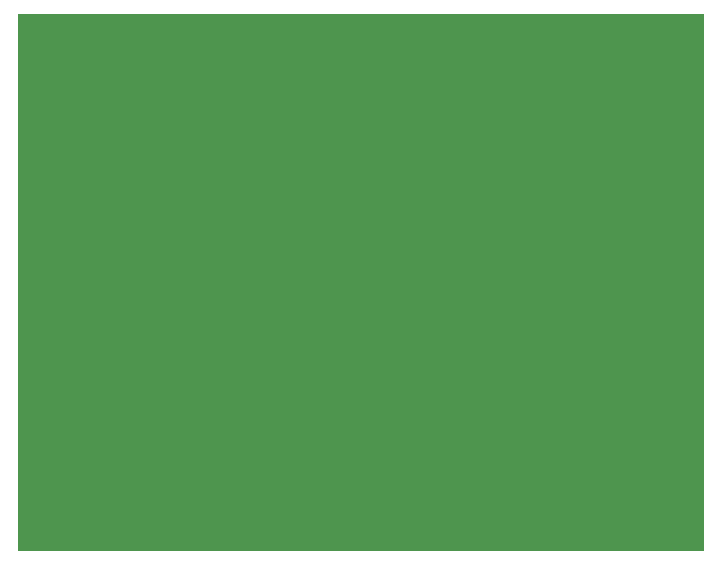
<source format=gbr>
G04 DipTrace 2.1.9.5*
%INBoard.gbr*%
%MOIN*%
%ADD11C,0.006*%
%FSLAX44Y44*%
%SFA1B1*%
%OFA0B0*%
G04*
G70*
G90*
G75*
G01*
%LNBoardPoly*%
%LPD*%
G36*
X3940Y21815D2*
D11*
X26815D1*
Y3940D1*
X3940D1*
Y21815D1*
G37*
M02*

</source>
